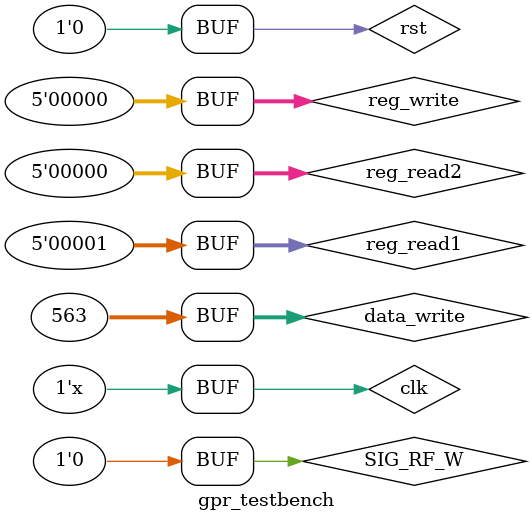
<source format=v>
module gpr_testbench ();
  reg clk, rst;
  reg SIG_RF_W;
  reg [4:0] reg_read1, reg_read2, reg_write;
  reg [31:0] data_write;
  wire [31:0] reg_data1, reg_data2;

  gpr gpr_(clk, rst, SIG_RF_W, reg_read1, reg_read2, reg_write, data_write, reg_data1, reg_data2);

  initial begin
    clk = 1;
    rst = 1;
    reg_read1 = 0;
    reg_read2 = 0;
    #100 begin
      rst = 0;
      SIG_RF_W = 1;
      reg_write = 5'b00001;
      data_write = 32'h0000_0233;
    end
    #100 begin
      SIG_RF_W = 1;
      reg_write = 5'b00000;
      data_write = 32'h0000_0233;
    end
    #100 begin
      SIG_RF_W = 0;
      reg_read1 = 5'b00001;
      reg_read2 = 5'b00000;
    end
  end

  always #50 clk = ~clk;

endmodule


</source>
